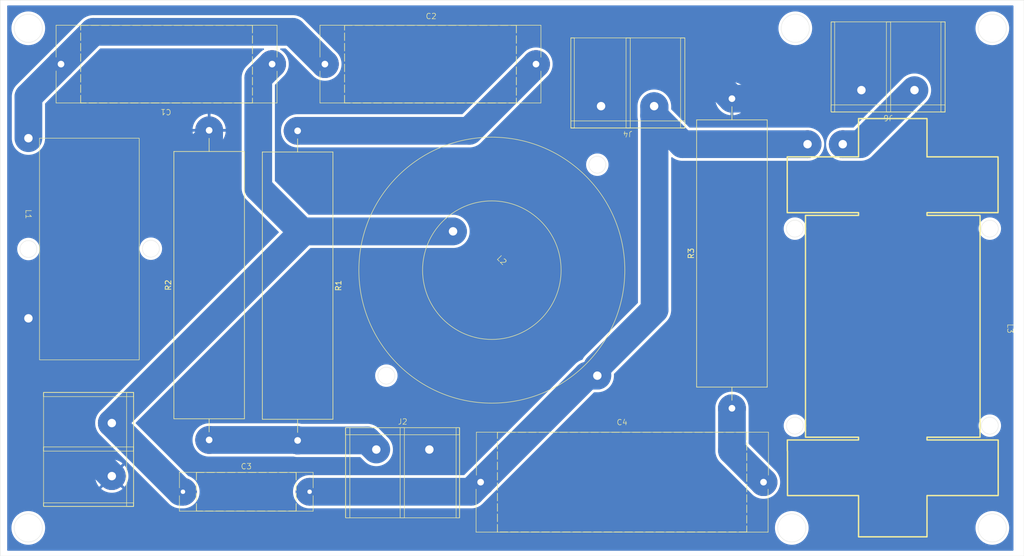
<source format=kicad_pcb>
(kicad_pcb (version 20240108) (generator "pcbnew") (generator_version "8.0")
  (layers (0 "F.Cu" signal) (31 "B.Cu" signal) (34 "B.Paste" user) (35 "F.Paste" user) (36 "B.SilkS" user "B.Silkscreen") (37 "F.SilkS" user "F.Silkscreen") (38 "B.Mask" user) (39 "F.Mask" user) (44 "Edge.Cuts" user))
  (net 0 "")
  (net 1 "IN+")
  (net 2 "Net-(J2-Pin_1)")
  (net 3 "IN-")
  (net 4 "Net-(J4-Pin_1)")
  (net 5 "Net-(C1-Pad2)")
  (net 6 "Net-(C2-Pad2)")
  (net 7 "Net-(C4-Pad2)")
  (net 8 "Net-(J6-Pin_1)")
  (footprint "stephenhouser:screw_terminal_01x02_p9.5mm" (layer "F.Cu") (at 151.38 31.068 180)
    (property "Reference" "J4" (at 10.16 -17.2132 180) (layer "F.SilkS") (effects (font (thickness 0.1))))
    (property "Value" "MF")
    (fp_rect (start 19.812 -16.129) (end 20.447 0.127) (stroke (width 0.1)) (fill none) (layer "F.SilkS"))
    (fp_rect (start 9.7155 -16.129) (end 10.4775 0.127) (stroke (width 0.1)) (fill none) (layer "F.SilkS"))
    (fp_rect (start -0.127 -16.129) (end 20.447 0.127) (stroke (width 0.1)) (fill none) (layer "F.SilkS"))
    (fp_rect (start -0.127 -16.129) (end 20.447 -14.859) (stroke (width 0.1)) (fill none) (layer "F.SilkS"))
    (fp_rect (start -0.127 -16.129) (end 0.635 0.127) (stroke (width 0.1)) (fill none) (layer "F.SilkS"))
    (pad "1" thru_hole circle (at 5.4102 -12.192 180) (size 3.048 3.048) (drill 1.524) (layers "*.Cu" "*.Mask") (net 4 "Net-(J4-Pin_1)"))
    (pad "2" thru_hole circle (at 14.986 -12.192 180) (size 3.048 3.048) (drill 1.524) (layers "*.Cu" "*.Mask") (net 3 "IN-"))
  )
  (footprint "stephenhouser:C_Audio_31x14" (layer "F.Cu") (at 77.027 35.674 180)
    (property "Reference" "C1" (at 19.177 -8.636 180) (layer "F.SilkS") (effects (font (thickness 0.1))))
    (property "Value" "C")
    (fp_line (start 38.989 7.0125) (end 38.989 1.2625) (stroke (width 0.1)) (layer "F.SilkS"))
    (fp_line (start 38.989 -6.985) (end 38.989 -1.235) (stroke (width 0.1)) (layer "F.SilkS"))
    (fp_line (start -0.889 7.0125) (end 38.989 7.0125) (stroke (width 0.1)) (layer "F.SilkS"))
    (fp_line (start -0.889 1.2625) (end -0.889 7.0125) (stroke (width 0.1)) (layer "F.SilkS"))
    (fp_line (start -0.889 -1.2625) (end -0.889 -7.0125) (stroke (width 0.1)) (layer "F.SilkS"))
    (fp_line (start -0.889 -7.0125) (end 38.989 -7.0125) (stroke (width 0.1)) (layer "F.SilkS"))
    (fp_rect (start 3.55 -7) (end 34.55 7) (stroke (width 0.125) (type dash)) (fill none) (layer "F.SilkS"))
    (pad "1" thru_hole circle (at 0 0 180) (size 5 5) (drill 1.2) (layers "*.Cu" "*.Mask") (net 1 "IN+"))
    (pad "2" thru_hole circle (at 38.1 0 180) (size 5 5) (drill 1.2) (layers "*.Cu" "*.Mask") (net 5 "Net-(C1-Pad2)"))
  )
  (footprint "stephenhouser:screw_terminal_01x02_p9.5mm" (layer "F.Cu") (at 90.42 117.428)
    (property "Reference" "J2" (at 10.16 -17.2132 0) (layer "F.SilkS") (effects (font (thickness 0.1))))
    (property "Value" "HF")
    (fp_rect (start -0.127 -16.129) (end 0.635 0.127) (stroke (width 0.1)) (fill none) (layer "F.SilkS"))
    (fp_rect (start -0.127 -16.129) (end 20.447 -14.859) (stroke (width 0.1)) (fill none) (layer "F.SilkS"))
    (fp_rect (start -0.127 -16.129) (end 20.447 0.127) (stroke (width 0.1)) (fill none) (layer "F.SilkS"))
    (fp_rect (start 9.7155 -16.129) (end 10.4775 0.127) (stroke (width 0.1)) (fill none) (layer "F.SilkS"))
    (fp_rect (start 19.812 -16.129) (end 20.447 0.127) (stroke (width 0.1)) (fill none) (layer "F.SilkS"))
    (pad "1" thru_hole circle (at 5.4102 -12.192) (size 3.048 3.048) (drill 1.524) (layers "*.Cu" "*.Mask") (net 2 "Net-(J2-Pin_1)"))
    (pad "2" thru_hole circle (at 14.986 -12.192) (size 3.048 3.048) (drill 1.524) (layers "*.Cu" "*.Mask") (net 3 "IN-"))
  )
  (footprint "stephenhouser:L_Audio_D40_W18_Vertical" (layer "F.Cu") (at 33.045 49.047 -90)
    (property "Reference" "L1" (at 13.716 0 -90) (layer "F.SilkS") (effects (font (thickness 0.1))))
    (property "Value" "L")
    (fp_rect (start 0 -20) (end 40 -2) (stroke (width 0.1)) (fill none) (layer "F.SilkS"))
    (fp_circle (center 20 0) (end 21.524 0) (stroke (width 0.05)) (fill none) (layer "Edge.Cuts"))
    (fp_circle (center 19.939 -22.098) (end 21.463 -22.098) (stroke (width 0.05)) (fill none) (layer "Edge.Cuts"))
    (pad "1" thru_hole circle (at 0 0 270) (size 3.048 3.048) (drill 1.524) (layers "*.Cu" "*.Mask") (net 5 "Net-(C1-Pad2)"))
    (pad "2" thru_hole circle (at 32.512 0 270) (size 3.048 3.048) (drill 1.524) (layers "*.Cu" "*.Mask") (net 3 "IN-"))
  )
  (footprint "stephenhouser:L_Audio_61x38_Iron" (layer "F.Cu") (at 173.663 50.126 -90)
    (property "Reference" "L3" (at 33.274 -36.576 -90) (layer "F.SilkS") (effects (font (thickness 0.1))))
    (property "Value" "L")
    (fp_poly (pts (xy 63.416858 -21.556288) (xy 70.866 -21.556288) (xy 70.866 -9.202521) (xy 63.416858 -9.202521) (xy 63.416858 3.621507) (xy 55.36307 3.621507) (xy 55.36307 3.646822) (xy 53.387484 3.646822) (xy 53.387484 -9.202521) (xy 52.885188 -9.202521) (xy 52.885188 0.373125) (xy 12.854556 0.373125) (xy 12.854556 -9.202521) (xy 12.355884 -9.202521) (xy 12.355884 3.671632) (xy 2.288798 3.671632) (xy 2.288798 -9.202521) (xy -4.62293 -9.202521) (xy -4.62293 -21.556288) (xy 2.288798 -21.556288) (xy 2.288798 -34.380827) (xy 12.355884 -34.380827) (xy 12.355884 -21.556288) (xy 12.854556 -21.556288) (xy 12.854556 -31.131926) (xy 52.885188 -31.131926) (xy 52.885188 -21.556288) (xy 53.387484 -21.556288) (xy 53.387484 -34.405631) (xy 63.416858 -34.405631)) (stroke (width 0.25)) (fill none) (layer "F.SilkS"))
    (fp_circle (center 15.24 2.286) (end 16.764 2.286) (stroke (width 0.05)) (fill none) (layer "Edge.Cuts"))
    (fp_circle (center 50.8 2.286) (end 52.324 2.286) (stroke (width 0.05)) (fill none) (layer "Edge.Cuts"))
    (fp_circle (center 15.24 -32.893) (end 16.764 -32.893) (stroke (width 0.05)) (fill none) (layer "Edge.Cuts"))
    (fp_circle (center 50.8 -32.893) (end 52.324 -32.893) (stroke (width 0.05)) (fill none) (layer "Edge.Cuts"))
    (pad "1" thru_hole circle (at 0 -6.35 270) (size 5 5) (drill 1.524) (layers "*.Cu" "*.Mask") (net 8 "Net-(J6-Pin_1)"))
    (pad "2" thru_hole circle (at 0 0 270) (size 5 5) (drill 1.524) (layers "*.Cu" "*.Mask") (net 4 "Net-(J4-Pin_1)"))
  )
  (footprint "Resistor_THT:R_Axial_Power_L48.0mm_W12.5mm_P55.88mm" (layer "F.Cu") (at 81.63 47.716 -90)
    (property "Reference" "R1" (at 27.94 -7.37 90) (layer "F.SilkS"))
    (property "Value" "R")
    (fp_line (start 3.82 6.37) (end 52.06 6.37) (stroke (width 0.12)) (layer "F.SilkS"))
    (fp_line (start 52.06 6.37) (end 52.06 -6.37) (stroke (width 0.12)) (layer "F.SilkS"))
    (fp_line (start 1.44 0) (end 3.82 0) (stroke (width 0.12)) (layer "F.SilkS"))
    (fp_line (start 54.44 0) (end 52.06 0) (stroke (width 0.12)) (layer "F.SilkS"))
    (fp_line (start 3.82 -6.37) (end 3.82 6.37) (stroke (width 0.12)) (layer "F.SilkS"))
    (fp_line (start 52.06 -6.37) (end 3.82 -6.37) (stroke (width 0.12)) (layer "F.SilkS"))
    (pad "1" thru_hole circle (at 0 0 270) (size 5 5) (drill 1.2) (layers "*.Cu" "*.Mask") (net 6 "Net-(C2-Pad2)"))
    (pad "2" thru_hole oval (at 55.88 0 270) (size 5 5) (drill 1.2) (layers "*.Cu" "*.Mask") (net 2 "Net-(J2-Pin_1)"))
  )
  (footprint "Resistor_THT:R_Axial_Power_L48.0mm_W12.5mm_P55.88mm" (layer "F.Cu") (at 160.015 97.79 90)
    (property "Reference" "R3" (at 27.94 -7.37 90) (layer "F.SilkS"))
    (property "Value" "R")
    (fp_line (start 52.06 -6.37) (end 3.82 -6.37) (stroke (width 0.12)) (layer "F.SilkS"))
    (fp_line (start 3.82 -6.37) (end 3.82 6.37) (stroke (width 0.12)) (layer "F.SilkS"))
    (fp_line (start 54.44 0) (end 52.06 0) (stroke (width 0.12)) (layer "F.SilkS"))
    (fp_line (start 1.44 0) (end 3.82 0) (stroke (width 0.12)) (layer "F.SilkS"))
    (fp_line (start 52.06 6.37) (end 52.06 -6.37) (stroke (width 0.12)) (layer "F.SilkS"))
    (fp_line (start 3.82 6.37) (end 52.06 6.37) (stroke (width 0.12)) (layer "F.SilkS"))
    (pad "1" thru_hole circle (at 0 0 90) (size 5 5) (drill 1.2) (layers "*.Cu" "*.Mask") (net 7 "Net-(C4-Pad2)"))
    (pad "2" thru_hole oval (at 55.88 0 90) (size 5 5) (drill 1.2) (layers "*.Cu" "*.Mask") (net 3 "IN-"))
  )
  (footprint "stephenhouser:L_Audio_D48_W16_Horizontal" (layer "F.Cu") (at 116.682207 72.863907 -45)
    (property "Reference" "L2" (at 0 -2.54 -45) (layer "F.SilkS") (effects (font (thickness 0.1))))
    (property "Value" "L")
    (fp_circle (center 0 0) (end 12.5 0) (stroke (width 0.1)) (fill none) (layer "F.SilkS"))
    (fp_circle (center 0 0) (end 24 0) (stroke (width 0.1)) (fill none) (layer "F.SilkS"))
    (fp_circle (center 0 26.924) (end 1.524 26.924) (stroke (width 0.05)) (fill none) (layer "Edge.Cuts"))
    (fp_circle (center 0 -26.924) (end 1.524 -26.924) (stroke (width 0.05)) (fill none) (layer "Edge.Cuts"))
    (pad "1" thru_hole circle (at -9.906 0 315) (size 3.048 3.048) (drill 1.524) (layers "*.Cu" "*.Mask") (net 1 "IN+"))
    (pad "2" thru_hole circle (at 26.924 0 315) (size 3.048 3.048) (drill 1.524) (layers "*.Cu" "*.Mask") (net 4 "Net-(J4-Pin_1)"))
  )
  (footprint "stephenhouser:screw_terminal_01x02_p9.5mm" (layer "F.Cu") (at 35.903 95.0477 -90)
    (property "Reference" "J1" (hide yes))
    (property "Value" "IN")
    (fp_rect (start -0.127 -16.129) (end 0.635 0.127) (stroke (width 0.1)) (fill none) (layer "F.SilkS"))
    (fp_rect (start -0.127 -16.129) (end 20.447 0.127) (stroke (width 0.1)) (fill none) (layer "F.SilkS"))
    (fp_rect (start -0.127 -16.129) (end 20.447 -14.859) (stroke (width 0.1)) (fill none) (layer "F.SilkS"))
    (fp_rect (start 9.7155 -16.129) (end 10.4775 0.127) (stroke (width 0.1)) (fill none) (layer "F.SilkS"))
    (fp_rect (start 19.812 -16.129) (end 20.447 0.127) (stroke (width 0.1)) (fill none) (layer "F.SilkS"))
    (pad "1" thru_hole circle (at 5.4102 -12.192 270) (size 5 5) (drill 1.524) (layers "*.Cu" "*.Mask") (net 1 "IN+"))
    (pad "2" thru_hole circle (at 14.986 -12.192 270) (size 5 5) (drill 1.524) (layers "*.Cu" "*.Mask") (net 3 "IN-"))
  )
  (footprint "stephenhouser:C_Audio_31x14" (layer "F.Cu") (at 86.552 35.674)
    (property "Reference" "C2" (at 19.177 -8.636 0) (layer "F.SilkS") (effects (font (thickness 0.1))))
    (property "Value" "C")
    (fp_line (start -0.889 -7.0125) (end 38.989 -7.0125) (stroke (width 0.1)) (layer "F.SilkS"))
    (fp_line (start -0.889 -1.2625) (end -0.889 -7.0125) (stroke (width 0.1)) (layer "F.SilkS"))
    (fp_line (start -0.889 1.2625) (end -0.889 7.0125) (stroke (width 0.1)) (layer "F.SilkS"))
    (fp_line (start -0.889 7.0125) (end 38.989 7.0125) (stroke (width 0.1)) (layer "F.SilkS"))
    (fp_line (start 38.989 -6.985) (end 38.989 -1.235) (stroke (width 0.1)) (layer "F.SilkS"))
    (fp_line (start 38.989 7.0125) (end 38.989 1.2625) (stroke (width 0.1)) (layer "F.SilkS"))
    (fp_rect (start 3.55 -7) (end 34.55 7) (stroke (width 0.125) (type dash)) (fill none) (layer "F.SilkS"))
    (pad "1" thru_hole circle (at 0 0) (size 5 5) (drill 1.2) (layers "*.Cu" "*.Mask") (net 5 "Net-(C1-Pad2)"))
    (pad "2" thru_hole circle (at 38.1 0) (size 5 5) (drill 1.2) (layers "*.Cu" "*.Mask") (net 6 "Net-(C2-Pad2)"))
  )
  (footprint "stephenhouser:C_Audio_45x18" (layer "F.Cu") (at 114.6605 111.125)
    (property "Reference" "C4" (at 25.527 -10.795 0) (layer "F.SilkS") (effects (font (thickness 0.1))))
    (property "Value" "C")
    (fp_line (start -0.8255 1.267) (end -0.8255 9.017) (stroke (width 0.1)) (layer "F.SilkS"))
    (fp_line (start -0.8255 9.017) (end 51.8795 9.017) (stroke (width 0.1)) (layer "F.SilkS"))
    (fp_line (start -0.762 -9.017) (end 51.943 -9.017) (stroke (width 0.1)) (layer "F.SilkS"))
    (fp_line (start -0.762 -1.267) (end -0.762 -9.017) (stroke (width 0.1)) (layer "F.SilkS"))
    (fp_line (start 51.8795 9.017) (end 51.8795 1.267) (stroke (width 0.1)) (layer "F.SilkS"))
    (fp_line (start 51.943 -9.017) (end 51.943 -1.267) (stroke (width 0.1)) (layer "F.SilkS"))
    (fp_rect (start 3.027 -9) (end 48.027 9) (stroke (width 0.125) (type dash)) (fill none) (layer "F.SilkS"))
    (pad "1" thru_hole circle (at 0 0) (size 5 5) (drill 1.2) (layers "*.Cu" "*.Mask") (net 4 "Net-(J4-Pin_1)"))
    (pad "2" thru_hole circle (at 51.054 0) (size 5 5) (drill 1.2) (layers "*.Cu" "*.Mask") (net 7 "Net-(C4-Pad2)"))
  )
  (footprint "stephenhouser:screw_terminal_01x02_p9.5mm" (layer "F.Cu") (at 198.37 28.177 180)
    (property "Reference" "J6" (at 10.16 -17.2132 180) (layer "F.SilkS") (effects (font (thickness 0.1))))
    (property "Value" "LF")
    (fp_rect (start 19.812 -16.129) (end 20.447 0.127) (stroke (width 0.1)) (fill none) (layer "F.SilkS"))
    (fp_rect (start 9.7155 -16.129) (end 10.4775 0.127) (stroke (width 0.1)) (fill none) (layer "F.SilkS"))
    (fp_rect (start -0.127 -16.129) (end 20.447 0.127) (stroke (width 0.1)) (fill none) (layer "F.SilkS"))
    (fp_rect (start -0.127 -16.129) (end 20.447 -14.859) (stroke (width 0.1)) (fill none) (layer "F.SilkS"))
    (fp_rect (start -0.127 -16.129) (end 0.635 0.127) (stroke (width 0.1)) (fill none) (layer "F.SilkS"))
    (pad "1" thru_hole circle (at 5.4102 -12.192 180) (size 3.048 3.048) (drill 1.524) (layers "*.Cu" "*.Mask") (net 8 "Net-(J6-Pin_1)"))
    (pad "2" thru_hole circle (at 14.986 -12.192 180) (size 3.048 3.048) (drill 1.524) (layers "*.Cu" "*.Mask") (net 3 "IN-"))
  )
  (footprint "Resistor_THT:R_Axial_Power_L48.0mm_W12.5mm_P55.88mm" (layer "F.Cu") (at 65.66 103.505 90)
    (property "Reference" "R2" (at 27.94 -7.37 90) (layer "F.SilkS"))
    (property "Value" "R")
    (fp_line (start 52.06 -6.37) (end 3.82 -6.37) (stroke (width 0.12)) (layer "F.SilkS"))
    (fp_line (start 3.82 -6.37) (end 3.82 6.37) (stroke (width 0.12)) (layer "F.SilkS"))
    (fp_line (start 54.44 0) (end 52.06 0) (stroke (width 0.12)) (layer "F.SilkS"))
    (fp_line (start 1.44 0) (end 3.82 0) (stroke (width 0.12)) (layer "F.SilkS"))
    (fp_line (start 52.06 6.37) (end 52.06 -6.37) (stroke (width 0.12)) (layer "F.SilkS"))
    (fp_line (start 3.82 6.37) (end 52.06 6.37) (stroke (width 0.12)) (layer "F.SilkS"))
    (pad "1" thru_hole circle (at 0 0 90) (size 5 5) (drill 1.2) (layers "*.Cu" "*.Mask") (net 2 "Net-(J2-Pin_1)"))
    (pad "2" thru_hole oval (at 55.88 0 90) (size 5 5) (drill 1.2) (layers "*.Cu" "*.Mask") (net 3 "IN-"))
  )
  (footprint "stephenhouser:C_Audio_18x07" (layer "F.Cu") (at 60.935 112.8567)
    (property "Reference" "C3" (at 11.43 -4.572 0) (layer "F.SilkS") (effects (font (thickness 0.1))))
    (property "Value" "C")
    (fp_line (start -0.635 -3.5) (end 23.495 -3.5) (stroke (width 0.1)) (layer "F.SilkS"))
    (fp_line (start -0.635 -0.706) (end -0.635 -3.506) (stroke (width 0.1)) (layer "F.SilkS"))
    (fp_line (start -0.635 0.706) (end -0.635 3.506) (stroke (width 0.1)) (layer "F.SilkS"))
    (fp_line (start -0.635 3.5) (end 23.495 3.5) (stroke (width 0.1)) (layer "F.SilkS"))
    (fp_line (start 23.495 -3.5) (end 23.495 -0.7) (stroke (width 0.1)) (layer "F.SilkS"))
    (fp_line (start 23.495 3.5) (end 23.495 0.7) (stroke (width 0.1)) (layer "F.SilkS"))
    (fp_rect (start 2.43 -3.5) (end 20.43 3.5) (stroke (width 0.125) (type dash)) (fill none) (layer "F.SilkS"))
    (pad "1" thru_hole circle (at 0 0) (size 5 5) (drill 0.8) (layers "*.Cu" "*.Mask") (net 1 "IN+"))
    (pad "2" thru_hole circle (at 22.86 0) (size 5 5) (drill 0.8) (layers "*.Cu" "*.Mask") (net 4 "Net-(J4-Pin_1)"))
  )
  (gr_circle (center 207.01 119.38) (end 207.01 121.92) (stroke (width 0.05)) (fill none) (layer "Edge.Cuts"))
  (gr_circle (center 170.815 119.38) (end 170.815 116.84) (stroke (width 0.05)) (fill none) (layer "Edge.Cuts"))
  (gr_circle (center 33.02 119.38) (end 33.02 116.84) (stroke (width 0.05)) (fill none) (layer "Edge.Cuts"))
  (gr_rect (start 27.94 24.13) (end 212.725 124.46) (stroke (width 0.05)) (fill none) (layer "Edge.Cuts"))
  (gr_circle (center 33.02 29.21) (end 33.02 26.67) (stroke (width 0.05)) (fill none) (layer "Edge.Cuts"))
  (gr_circle (center 171.45 29.21) (end 171.45 31.75) (stroke (width 0.05)) (fill none) (layer "Edge.Cuts"))
  (gr_circle (center 207.01 29.21) (end 207.01 31.75) (stroke (width 0.05)) (fill none) (layer "Edge.Cuts"))
  (segment (start 109.677607 65.859307) (end 82.693593 65.859307) (width 5) (layer "B.Cu") (net 1))
  (segment (start 74.527001 38.173999) (end 74.527001 58.017001) (width 5) (layer "B.Cu") (net 1))
  (segment (start 60.4938 112.8567) (end 48.095 100.4579) (width 5) (layer "B.Cu") (net 1))
  (segment (start 74.527001 58.017001) (end 82.369307 65.859307) (width 5) (layer "B.Cu") (net 1))
  (segment (start 82.369307 65.859307) (end 109.677607 65.859307) (width 5) (layer "B.Cu") (net 1))
  (segment (start 77.027 35.674) (end 74.527001 38.173999) (width 5) (layer "B.Cu") (net 1))
  (segment (start 82.693593 65.859307) (end 48.095 100.4579) (width 5) (layer "B.Cu") (net 1))
  (segment (start 60.935 112.8567) (end 60.4938 112.8567) (width 5) (layer "B.Cu") (net 1))
  (segment (start 81.539 103.505) (end 81.63 103.596) (width 5) (layer "B.Cu") (net 2))
  (segment (start 94.1902 103.596) (end 95.8302 105.236) (width 5) (layer "B.Cu") (net 2))
  (segment (start 81.63 103.596) (end 94.1902 103.596) (width 5) (layer "B.Cu") (net 2))
  (segment (start 65.66 103.505) (end 81.539 103.505) (width 5) (layer "B.Cu") (net 2))
  (segment (start 105.406 90.809) (end 105.406 105.236) (width 5) (layer "B.Cu") (net 3))
  (segment (start 125.095 71.12) (end 105.406 90.809) (width 5) (layer "B.Cu") (net 3))
  (segment (start 65.66 48.944) (end 33.045 81.559) (width 5) (layer "B.Cu") (net 3))
  (segment (start 160.015 41.91) (end 181.843 41.91) (width 5) (layer "B.Cu") (net 3))
  (segment (start 48.095 110.0337) (end 33.045 94.9837) (width 5) (layer "B.Cu") (net 3))
  (segment (start 142.189 37.465) (end 136.394 43.26) (width 5) (layer "B.Cu") (net 3))
  (segment (start 155.57 37.465) (end 142.189 37.465) (width 5) (layer "B.Cu") (net 3))
  (segment (start 33.045 94.9837) (end 33.045 81.559) (width 5) (layer "B.Cu") (net 3))
  (segment (start 136.394 43.26) (end 125.095 54.559) (width 5) (layer "B.Cu") (net 3))
  (segment (start 181.843 41.91) (end 183.384 40.369) (width 5) (layer "B.Cu") (net 3))
  (segment (start 125.095 54.559) (end 125.095 71.12) (width 5) (layer "B.Cu") (net 3))
  (segment (start 160.015 41.91) (end 155.57 37.465) (width 5) (layer "B.Cu") (net 3))
  (segment (start 65.66 47.625) (end 65.66 48.944) (width 5) (layer "B.Cu") (net 3))
  (segment (start 151.091 50.126) (end 173.663 50.126) (width 5) (layer "B.Cu") (net 4))
  (segment (start 146.05 43.3402) (end 146.05 80.01) (width 5) (layer "B.Cu") (net 4))
  (segment (start 135.72035 90.33965) (end 135.72035 91.90205) (width 5) (layer "B.Cu") (net 4))
  (segment (start 133.88345 91.90205) (end 114.6605 111.125) (width 5) (layer "B.Cu") (net 4))
  (segment (start 145.9698 45.0048) (end 151.091 50.126) (width 5) (layer "B.Cu") (net 4))
  (segment (start 135.72035 91.90205) (end 133.88345 91.90205) (width 5) (layer "B.Cu") (net 4))
  (segment (start 112.9288 112.8567) (end 114.6605 111.125) (width 5) (layer "B.Cu") (net 4))
  (segment (start 83.795 112.8567) (end 112.9288 112.8567) (width 5) (layer "B.Cu") (net 4))
  (segment (start 145.9698 43.26) (end 146.05 43.3402) (width 5) (layer "B.Cu") (net 4))
  (segment (start 145.9698 43.26) (end 145.9698 45.0048) (width 5) (layer "B.Cu") (net 4))
  (segment (start 146.05 80.01) (end 135.72035 90.33965) (width 5) (layer "B.Cu") (net 4))
  (segment (start 33.045 49.047) (end 33.045 41.556) (width 5) (layer "B.Cu") (net 5))
  (segment (start 33.045 41.556) (end 38.927 35.674) (width 5) (layer "B.Cu") (net 5))
  (segment (start 80.723 29.845) (end 86.552 35.674) (width 5) (layer "B.Cu") (net 5))
  (segment (start 44.756 29.845) (end 80.723 29.845) (width 5) (layer "B.Cu") (net 5))
  (segment (start 38.927 35.674) (end 44.756 29.845) (width 5) (layer "B.Cu") (net 5))
  (segment (start 81.63 47.716) (end 112.61 47.716) (width 5) (layer "B.Cu") (net 6))
  (segment (start 112.61 47.716) (end 124.652 35.674) (width 5) (layer "B.Cu") (net 6))
  (segment (start 160.02 105.4305) (end 160.02 97.795) (width 5) (layer "B.Cu") (net 7))
  (segment (start 160.02 97.795) (end 160.015 97.79) (width 5) (layer "B.Cu") (net 7))
  (segment (start 165.7145 111.125) (end 160.02 105.4305) (width 5) (layer "B.Cu") (net 7))
  (segment (start 183.2028 50.126) (end 192.9598 40.369) (width 5) (layer "B.Cu") (net 8))
  (segment (start 180.013 50.126) (end 183.2028 50.126) (width 5) (layer "B.Cu") (net 8))
  (zone (net 3) (net_name "IN-") (layer "B.Cu") (connect_pads (clearance 0.5)) (min_thickness 0.25) (fill yes (thermal_gap 0.5) (thermal_bridge_width 0.5))
    (polygon (pts (xy 29.21 25.0825) (xy 210.82 25.0825) (xy 210.82 123.5075) (xy 29.21 123.5075)))
  )
)
</source>
